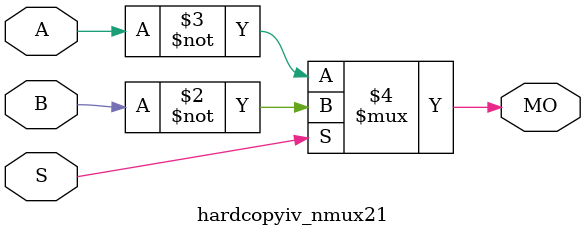
<source format=v>
module hardcopyiv_nmux21 (MO, A, B, S);
   input A, B, S; 
   output MO; 
   assign MO = (S == 1) ? ~B : ~A; 
endmodule
</source>
